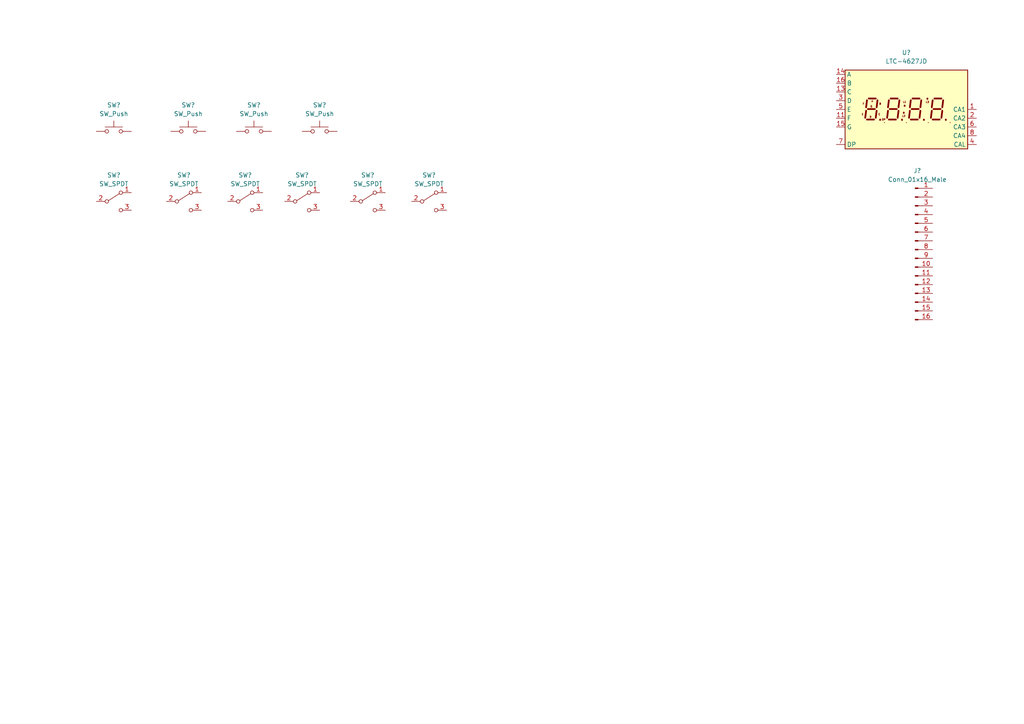
<source format=kicad_sch>
(kicad_sch (version 20211123) (generator eeschema)
  (paper "A4")
  (lib_symbols
    (symbol "Connector:Conn_01x16_Male" (pin_names (offset 1.016) hide)
      (property "Reference" "J" (at 0 20.32 0))
      (property "Value" "Conn_01x16_Male" (at 0 -22.86 0))
      (symbol "Conn_01x16_Male_1_1"
        (polyline (pts (xy 1.27 -20.32) (xy 0.8636 -20.32)) (stroke (width 0.1524)))
        (polyline (pts (xy 1.27 -17.78) (xy 0.8636 -17.78)) (stroke (width 0.1524)))
        (polyline (pts (xy 1.27 -15.24) (xy 0.8636 -15.24)) (stroke (width 0.1524)))
        (polyline (pts (xy 1.27 -12.7) (xy 0.8636 -12.7)) (stroke (width 0.1524)))
        (polyline (pts (xy 1.27 -10.16) (xy 0.8636 -10.16)) (stroke (width 0.1524)))
        (polyline (pts (xy 1.27 -7.62) (xy 0.8636 -7.62)) (stroke (width 0.1524)))
        (polyline (pts (xy 1.27 -5.08) (xy 0.8636 -5.08)) (stroke (width 0.1524)))
        (polyline (pts (xy 1.27 -2.54) (xy 0.8636 -2.54)) (stroke (width 0.1524)))
        (polyline (pts (xy 1.27 0) (xy 0.8636 0)) (stroke (width 0.1524)))
        (polyline (pts (xy 1.27 2.54) (xy 0.8636 2.54)) (stroke (width 0.1524)))
        (polyline (pts (xy 1.27 5.08) (xy 0.8636 5.08)) (stroke (width 0.1524)))
        (polyline (pts (xy 1.27 7.62) (xy 0.8636 7.62)) (stroke (width 0.1524)))
        (polyline (pts (xy 1.27 10.16) (xy 0.8636 10.16)) (stroke (width 0.1524)))
        (polyline (pts (xy 1.27 12.7) (xy 0.8636 12.7)) (stroke (width 0.1524)))
        (polyline (pts (xy 1.27 15.24) (xy 0.8636 15.24)) (stroke (width 0.1524)))
        (polyline (pts (xy 1.27 17.78) (xy 0.8636 17.78)) (stroke (width 0.1524)))
        (rectangle (start 0.8636 -20.193) (end 0 -20.447) (stroke (width 0.1524)) (fill (type outline)))
        (rectangle (start 0.8636 -17.653) (end 0 -17.907) (stroke (width 0.1524)) (fill (type outline)))
        (rectangle (start 0.8636 -15.113) (end 0 -15.367) (stroke (width 0.1524)) (fill (type outline)))
        (rectangle (start 0.8636 -12.573) (end 0 -12.827) (stroke (width 0.1524)) (fill (type outline)))
        (rectangle (start 0.8636 -10.033) (end 0 -10.287) (stroke (width 0.1524)) (fill (type outline)))
        (rectangle (start 0.8636 -7.493) (end 0 -7.747) (stroke (width 0.1524)) (fill (type outline)))
        (rectangle (start 0.8636 -4.953) (end 0 -5.207) (stroke (width 0.1524)) (fill (type outline)))
        (rectangle (start 0.8636 -2.413) (end 0 -2.667) (stroke (width 0.1524)) (fill (type outline)))
        (rectangle (start 0.8636 0.127) (end 0 -0.127) (stroke (width 0.1524)) (fill (type outline)))
        (rectangle (start 0.8636 2.667) (end 0 2.413) (stroke (width 0.1524)) (fill (type outline)))
        (rectangle (start 0.8636 5.207) (end 0 4.953) (stroke (width 0.1524)) (fill (type outline)))
        (rectangle (start 0.8636 7.747) (end 0 7.493) (stroke (width 0.1524)) (fill (type outline)))
        (rectangle (start 0.8636 10.287) (end 0 10.033) (stroke (width 0.1524)) (fill (type outline)))
        (rectangle (start 0.8636 12.827) (end 0 12.573) (stroke (width 0.1524)) (fill (type outline)))
        (rectangle (start 0.8636 15.367) (end 0 15.113) (stroke (width 0.1524)) (fill (type outline)))
        (rectangle (start 0.8636 17.907) (end 0 17.653) (stroke (width 0.1524)) (fill (type outline)))
        (pin passive line (at 5.08 17.78 180) (length 3.81) (name "Pin_1") (number "1"))
        (pin passive line (at 5.08 -5.08 180) (length 3.81) (name "Pin_10") (number "10"))
        (pin passive line (at 5.08 -7.62 180) (length 3.81) (name "Pin_11") (number "11"))
        (pin passive line (at 5.08 -10.16 180) (length 3.81) (name "Pin_12") (number "12"))
        (pin passive line (at 5.08 -12.7 180) (length 3.81) (name "Pin_13") (number "13"))
        (pin passive line (at 5.08 -15.24 180) (length 3.81) (name "Pin_14") (number "14"))
        (pin passive line (at 5.08 -17.78 180) (length 3.81) (name "Pin_15") (number "15"))
        (pin passive line (at 5.08 -20.32 180) (length 3.81) (name "Pin_16") (number "16"))
        (pin passive line (at 5.08 15.24 180) (length 3.81) (name "Pin_2") (number "2"))
        (pin passive line (at 5.08 12.7 180) (length 3.81) (name "Pin_3") (number "3"))
        (pin passive line (at 5.08 10.16 180) (length 3.81) (name "Pin_4") (number "4"))
        (pin passive line (at 5.08 7.62 180) (length 3.81) (name "Pin_5") (number "5"))
        (pin passive line (at 5.08 5.08 180) (length 3.81) (name "Pin_6") (number "6"))
        (pin passive line (at 5.08 2.54 180) (length 3.81) (name "Pin_7") (number "7"))
        (pin passive line (at 5.08 0 180) (length 3.81) (name "Pin_8") (number "8"))
        (pin passive line (at 5.08 -2.54 180) (length 3.81) (name "Pin_9") (number "9"))
      )
    )
    (symbol "Display_Character:LTC-4627JD"
      (property "Reference" "U" (at -17.78 12.7 0))
      (property "Value" "LTC-4627JD" (at 17.78 12.7 0))
      (symbol "LTC-4627JD_0_1"
        (rectangle (start -17.78 -11.43) (end 17.78 11.43) (stroke (width 0.254)) (fill (type background)))
        (rectangle (start -6.35 -3.81) (end -6.35 -3.81) (stroke (width 0.254)))
        (rectangle (start 0 -3.81) (end 0 -3.81) (stroke (width 0.254)))
        (polyline (pts (xy -6.35 -3.81) (xy -6.35 -3.81)) (stroke (width 0.254)))
        (polyline (pts (xy 0 -3.81) (xy 0 -3.81)) (stroke (width 0.254)))
        (polyline (pts (xy 6.35 -3.81) (xy 6.35 -3.81)) (stroke (width 0.254)))
        (polyline (pts (xy 12.7 -3.81) (xy 12.7 -3.81)) (stroke (width 0.254)))
        (rectangle (start 6.35 -3.81) (end 6.35 -3.81) (stroke (width 0.254)))
        (rectangle (start 12.7 -3.81) (end 12.7 -3.81) (stroke (width 0.254)))
      )
      (symbol "LTC-4627JD_1_0"
        (text "A" (at -9.906 2.413 0) (effects (font (size 0.508 0.508))))
        (text "B" (at -7.62 1.651 0) (effects (font (size 0.508 0.508))))
        (text "C" (at -7.874 -1.397 0) (effects (font (size 0.508 0.508))))
        (text "D" (at -10.414 -2.159 0) (effects (font (size 0.508 0.508))))
        (text "DP" (at -6.604 -2.921 0) (effects (font (size 0.508 0.508))))
        (text "E" (at -12.7 -1.397 0) (effects (font (size 0.508 0.508))))
        (text "F" (at -12.446 1.651 0) (effects (font (size 0.508 0.508))))
        (text "G" (at -10.16 0.889 0) (effects (font (size 0.508 0.508))))
        (text "L1" (at -0.508 2.159 0) (effects (font (size 0.508 0.508))))
        (text "L2" (at -0.762 -1.905 0) (effects (font (size 0.508 0.508))))
        (text "L3" (at 6.096 2.159 0) (effects (font (size 0.508 0.508))))
      )
      (symbol "LTC-4627JD_1_1"
        (polyline (pts (xy -11.684 -0.381) (xy -11.938 -2.413)) (stroke (width 0.508)))
        (polyline (pts (xy -11.43 -2.921) (xy -9.398 -2.921)) (stroke (width 0.508)))
        (polyline (pts (xy -11.43 2.667) (xy -11.684 0.635)) (stroke (width 0.508)))
        (polyline (pts (xy -11.176 0.127) (xy -9.144 0.127)) (stroke (width 0.508)))
        (polyline (pts (xy -10.922 3.175) (xy -8.89 3.175)) (stroke (width 0.508)))
        (polyline (pts (xy -8.636 -0.381) (xy -8.89 -2.413)) (stroke (width 0.508)))
        (polyline (pts (xy -8.382 2.667) (xy -8.636 0.635)) (stroke (width 0.508)))
        (polyline (pts (xy -7.62 -3.048) (xy -7.62 -2.921)) (stroke (width 0.508)))
        (polyline (pts (xy -5.334 -0.381) (xy -5.588 -2.413)) (stroke (width 0.508)))
        (polyline (pts (xy -5.08 -2.921) (xy -3.048 -2.921)) (stroke (width 0.508)))
        (polyline (pts (xy -5.08 2.667) (xy -5.334 0.635)) (stroke (width 0.508)))
        (polyline (pts (xy -4.826 0.127) (xy -2.794 0.127)) (stroke (width 0.508)))
        (polyline (pts (xy -4.572 3.175) (xy -2.54 3.175)) (stroke (width 0.508)))
        (polyline (pts (xy -2.286 -0.381) (xy -2.54 -2.413)) (stroke (width 0.508)))
        (polyline (pts (xy -2.032 2.667) (xy -2.286 0.635)) (stroke (width 0.508)))
        (polyline (pts (xy -1.27 -3.048) (xy -1.27 -2.921)) (stroke (width 0.508)))
        (polyline (pts (xy -0.762 -1.016) (xy -0.762 -0.889)) (stroke (width 0.508)))
        (polyline (pts (xy -0.508 1.016) (xy -0.508 1.143)) (stroke (width 0.508)))
        (polyline (pts (xy 1.016 -0.381) (xy 0.762 -2.413)) (stroke (width 0.508)))
        (polyline (pts (xy 1.27 -2.921) (xy 3.302 -2.921)) (stroke (width 0.508)))
        (polyline (pts (xy 1.27 2.667) (xy 1.016 0.635)) (stroke (width 0.508)))
        (polyline (pts (xy 1.524 0.127) (xy 3.556 0.127)) (stroke (width 0.508)))
        (polyline (pts (xy 1.778 3.175) (xy 3.81 3.175)) (stroke (width 0.508)))
        (polyline (pts (xy 4.064 -0.381) (xy 3.81 -2.413)) (stroke (width 0.508)))
        (polyline (pts (xy 4.318 2.667) (xy 4.064 0.635)) (stroke (width 0.508)))
        (polyline (pts (xy 5.08 -3.048) (xy 5.08 -2.921)) (stroke (width 0.508)))
        (polyline (pts (xy 6.096 3.048) (xy 6.096 3.175)) (stroke (width 0.508)))
        (polyline (pts (xy 7.366 -0.381) (xy 7.112 -2.413)) (stroke (width 0.508)))
        (polyline (pts (xy 7.62 -2.921) (xy 9.652 -2.921)) (stroke (width 0.508)))
        (polyline (pts (xy 7.62 2.667) (xy 7.366 0.635)) (stroke (width 0.508)))
        (polyline (pts (xy 7.874 0.127) (xy 9.906 0.127)) (stroke (width 0.508)))
        (polyline (pts (xy 8.128 3.175) (xy 10.16 3.175)) (stroke (width 0.508)))
        (polyline (pts (xy 10.414 -0.381) (xy 10.16 -2.413)) (stroke (width 0.508)))
        (polyline (pts (xy 10.668 2.667) (xy 10.414 0.635)) (stroke (width 0.508)))
        (polyline (pts (xy 11.43 -3.048) (xy 11.43 -2.921)) (stroke (width 0.508)))
        (pin input line (at 20.32 0 180) (length 2.54) (name "CA1") (number "1"))
        (pin input line (at -20.32 -2.54 0) (length 2.54) (name "F") (number "11"))
        (pin input line (at -20.32 5.08 0) (length 2.54) (name "C") (number "13"))
        (pin input line (at -20.32 10.16 0) (length 2.54) (name "A") (number "14"))
        (pin input line (at -20.32 -5.08 0) (length 2.54) (name "G") (number "15"))
        (pin input line (at -20.32 7.62 0) (length 2.54) (name "B") (number "16"))
        (pin input line (at 20.32 -2.54 180) (length 2.54) (name "CA2") (number "2"))
        (pin input line (at -20.32 2.54 0) (length 2.54) (name "D") (number "3"))
        (pin input line (at 20.32 -10.16 180) (length 2.54) (name "CAL") (number "4"))
        (pin input line (at -20.32 0 0) (length 2.54) (name "E") (number "5"))
        (pin input line (at 20.32 -5.08 180) (length 2.54) (name "CA3") (number "6"))
        (pin input line (at -20.32 -10.16 0) (length 2.54) (name "DP") (number "7"))
        (pin input line (at 20.32 -7.62 180) (length 2.54) (name "CA4") (number "8"))
        (pin no_connect line (at 17.78 7.62 180) (length 2.54) hide (name "NC") (number "9"))
      )
    )
    (symbol "Switch:SW_Push" (pin_numbers hide) (pin_names (offset 1.016) hide)
      (property "Reference" "SW" (at 1.27 2.54 0))
      (property "Value" "SW_Push" (at 0 -1.524 0))
      (symbol "SW_Push_0_1"
        (circle (center -2.032 0) (radius 0.508))
        (polyline (pts (xy 0 1.27) (xy 0 3.048)))
        (polyline (pts (xy 2.54 1.27) (xy -2.54 1.27)))
        (circle (center 2.032 0) (radius 0.508))
        (pin passive line (at -5.08 0 0) (length 2.54) (name "1") (number "1"))
        (pin passive line (at 5.08 0 180) (length 2.54) (name "2") (number "2"))
      )
    )
    (symbol "Switch:SW_SPDT" (pin_names (offset 0) hide)
      (property "Reference" "SW" (at 0 4.318 0))
      (property "Value" "SW_SPDT" (at 0 -5.08 0))
      (symbol "SW_SPDT_0_0"
        (circle (center -2.032 0) (radius 0.508))
        (circle (center 2.032 -2.54) (radius 0.508))
      )
      (symbol "SW_SPDT_0_1"
        (polyline (pts (xy -1.524 0.254) (xy 1.651 2.286)))
        (circle (center 2.032 2.54) (radius 0.508))
      )
      (symbol "SW_SPDT_1_1"
        (pin passive line (at 5.08 2.54 180) (length 2.54) (name "A") (number "1"))
        (pin passive line (at -5.08 0 0) (length 2.54) (name "B") (number "2"))
        (pin passive line (at 5.08 -2.54 180) (length 2.54) (name "C") (number "3"))
      )
    )
  )
  (symbol (lib_id "Switch:SW_Push") (at 33.02 38.1 0) (unit 1)
    (property "Reference" "SW?" (at 33.02 30.48 0))
    (property "Value" "SW_Push" (at 33.02 33.02 0))
  )
  (symbol (lib_id "Switch:SW_SPDT") (at 71.12 58.42 0) (unit 1)
    (property "Reference" "SW?" (at 71.12 50.8 0))
    (property "Value" "SW_SPDT" (at 71.12 53.34 0))
  )
  (symbol (lib_id "Switch:SW_SPDT") (at 87.63 58.42 0) (unit 1)
    (property "Reference" "SW?" (at 87.63 50.8 0))
    (property "Value" "SW_SPDT" (at 87.63 53.34 0))
  )
  (symbol (lib_id "Switch:SW_SPDT") (at 124.46 58.42 0) (unit 1)
    (property "Reference" "SW?" (at 124.46 50.8 0))
    (property "Value" "SW_SPDT" (at 124.46 53.34 0))
  )
  (symbol (lib_id "Switch:SW_SPDT") (at 33.02 58.42 0) (unit 1)
    (property "Reference" "SW?" (at 33.02 50.8 0))
    (property "Value" "SW_SPDT" (at 33.02 53.34 0))
  )
  (symbol (lib_id "Switch:SW_Push") (at 92.71 38.1 0) (unit 1)
    (property "Reference" "SW?" (at 92.71 30.48 0))
    (property "Value" "SW_Push" (at 92.71 33.02 0))
  )
  (symbol (lib_id "Switch:SW_SPDT") (at 106.68 58.42 0) (unit 1)
    (property "Reference" "SW?" (at 106.68 50.8 0))
    (property "Value" "SW_SPDT" (at 106.68 53.34 0))
  )
  (symbol (lib_id "Display_Character:LTC-4627JD") (at 262.89 31.75 0) (unit 1)
    (property "Reference" "U?" (at 262.89 15.24 0))
    (property "Value" "LTC-4627JD" (at 262.89 17.78 0))
    (property "Footprint" "Display_7Segment:LTC-4627Jx" (effects hide))
    (property "Datasheet" "http://optoelectronics.liteon.com/upload/download/DS30-2001-093/LTC-4627JD.pdf" (effects hide))
  )
  (symbol (lib_id "Switch:SW_Push") (at 73.66 38.1 0) (unit 1)
    (property "Reference" "SW?" (at 73.66 30.48 0))
    (property "Value" "SW_Push" (at 73.66 33.02 0))
  )
  (symbol (lib_id "Switch:SW_Push") (at 54.61 38.1 0) (unit 1)
    (property "Reference" "SW?" (at 54.61 30.48 0))
    (property "Value" "SW_Push" (at 54.61 33.02 0))
  )
  (symbol (lib_id "Switch:SW_SPDT") (at 53.34 58.42 0) (unit 1)
    (property "Reference" "SW?" (at 53.34 50.8 0))
    (property "Value" "SW_SPDT" (at 53.34 53.34 0))
  )
  (symbol (lib_id "Connector:Conn_01x16_Male") (at 265.43 72.39 0) (unit 1)
    (property "Reference" "J?" (at 266.065 49.53 0))
    (property "Value" "Conn_01x16_Male" (at 266.065 52.07 0))
  )
)
</source>
